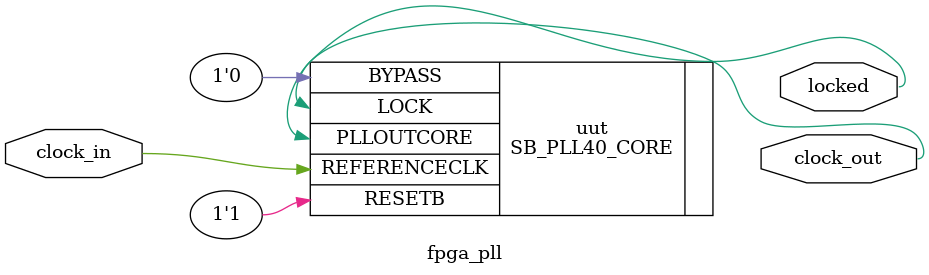
<source format=v>
/**
 * PLL configuration
 *
 * This Verilog module was generated automatically
 * using the icepll tool from the IceStorm project.
 * Use at your own risk.
 *
 * Given input frequency:        48.000 MHz
 * Requested output frequency:   20.480 MHz
 * Achieved output frequency:    20.500 MHz
 */

module fpga_pll(
        input  clock_in,
        output clock_out,
        output locked
        );

SB_PLL40_CORE #(
                .FEEDBACK_PATH("SIMPLE"),
                .DIVR(4'b0010),         // DIVR =  2
                .DIVF(7'b0101000),      // DIVF = 40
                .DIVQ(3'b101),          // DIVQ =  5
                .FILTER_RANGE(3'b001)   // FILTER_RANGE = 1
        ) uut (
                .LOCK(locked),
                .RESETB(1'b1),
                .BYPASS(1'b0),
                .REFERENCECLK(clock_in),
                .PLLOUTCORE(clock_out)
                );

endmodule
</source>
